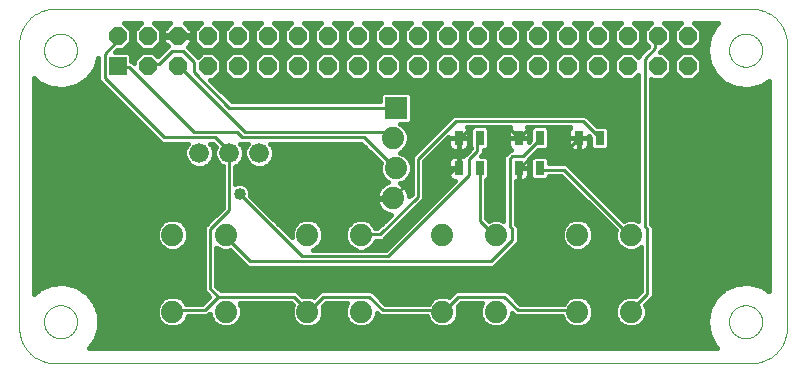
<source format=gtl>
G75*
%MOMM*%
%OFA0B0*%
%FSLAX33Y33*%
%IPPOS*%
%LPD*%
%AMOC8*
5,1,8,0,0,1.08239X$1,22.5*
%
%ADD10C,1.676*%
%ADD11C,1.880*%
%ADD12R,1.880X1.880*%
%ADD13R,0.800X1.200*%
%ADD14C,0.000*%
%ADD15R,1.524X1.524*%
%ADD16OC8,1.524*%
%ADD17C,0.254*%
%ADD18C,1.016*%
%ADD19C,0.406*%
D10*
X16510Y19050D03*
X19050Y19050D03*
X21590Y19050D03*
D11*
X32893Y20320D03*
X33147Y17780D03*
X32893Y15240D03*
X30201Y12141D03*
X25679Y12141D03*
X18771Y12141D03*
X14249Y12141D03*
X14249Y05639D03*
X18771Y05639D03*
X25679Y05639D03*
X30201Y05639D03*
X37109Y05639D03*
X41631Y05639D03*
X48539Y05639D03*
X53061Y05639D03*
X53061Y12141D03*
X48539Y12141D03*
X41631Y12141D03*
X37109Y12141D03*
D12*
X33147Y22860D03*
D13*
X38470Y20320D03*
X40270Y20320D03*
X43550Y20320D03*
X45350Y20320D03*
X48630Y20320D03*
X50430Y20320D03*
X45350Y17780D03*
X43550Y17780D03*
X40270Y17780D03*
X38470Y17780D03*
D14*
X63270Y01270D02*
X04270Y01270D01*
X04163Y01272D01*
X04056Y01278D01*
X03949Y01287D01*
X03843Y01301D01*
X03737Y01318D01*
X03632Y01339D01*
X03528Y01363D01*
X03425Y01392D01*
X03323Y01424D01*
X03222Y01459D01*
X03122Y01498D01*
X03024Y01541D01*
X02927Y01587D01*
X02832Y01637D01*
X02739Y01690D01*
X02648Y01746D01*
X02559Y01806D01*
X02472Y01868D01*
X02388Y01934D01*
X02305Y02003D01*
X02226Y02074D01*
X02149Y02149D01*
X02074Y02226D01*
X02003Y02305D01*
X01934Y02388D01*
X01868Y02472D01*
X01806Y02559D01*
X01746Y02648D01*
X01690Y02739D01*
X01637Y02832D01*
X01587Y02927D01*
X01541Y03024D01*
X01498Y03122D01*
X01459Y03222D01*
X01424Y03323D01*
X01392Y03425D01*
X01363Y03528D01*
X01339Y03632D01*
X01318Y03737D01*
X01301Y03843D01*
X01287Y03949D01*
X01278Y04056D01*
X01272Y04163D01*
X01270Y04270D01*
X01270Y28270D01*
X01272Y28377D01*
X01278Y28484D01*
X01287Y28591D01*
X01301Y28697D01*
X01318Y28803D01*
X01339Y28908D01*
X01363Y29012D01*
X01392Y29115D01*
X01424Y29217D01*
X01459Y29318D01*
X01498Y29418D01*
X01541Y29516D01*
X01587Y29613D01*
X01637Y29708D01*
X01690Y29801D01*
X01746Y29892D01*
X01806Y29981D01*
X01868Y30068D01*
X01934Y30152D01*
X02003Y30235D01*
X02074Y30314D01*
X02149Y30391D01*
X02226Y30466D01*
X02305Y30537D01*
X02388Y30606D01*
X02472Y30672D01*
X02559Y30734D01*
X02648Y30794D01*
X02739Y30850D01*
X02832Y30903D01*
X02927Y30953D01*
X03024Y30999D01*
X03122Y31042D01*
X03222Y31081D01*
X03323Y31116D01*
X03425Y31148D01*
X03528Y31177D01*
X03632Y31201D01*
X03737Y31222D01*
X03843Y31239D01*
X03949Y31253D01*
X04056Y31262D01*
X04163Y31268D01*
X04270Y31270D01*
X63270Y31270D01*
X63377Y31268D01*
X63484Y31262D01*
X63591Y31253D01*
X63697Y31239D01*
X63803Y31222D01*
X63908Y31201D01*
X64012Y31177D01*
X64115Y31148D01*
X64217Y31116D01*
X64318Y31081D01*
X64418Y31042D01*
X64516Y30999D01*
X64613Y30953D01*
X64708Y30903D01*
X64801Y30850D01*
X64892Y30794D01*
X64981Y30734D01*
X65068Y30672D01*
X65152Y30606D01*
X65235Y30537D01*
X65314Y30466D01*
X65391Y30391D01*
X65466Y30314D01*
X65537Y30235D01*
X65606Y30152D01*
X65672Y30068D01*
X65734Y29981D01*
X65794Y29892D01*
X65850Y29801D01*
X65903Y29708D01*
X65953Y29613D01*
X65999Y29516D01*
X66042Y29418D01*
X66081Y29318D01*
X66116Y29217D01*
X66148Y29115D01*
X66177Y29012D01*
X66201Y28908D01*
X66222Y28803D01*
X66239Y28697D01*
X66253Y28591D01*
X66262Y28484D01*
X66268Y28377D01*
X66270Y28270D01*
X66270Y04270D01*
X66268Y04163D01*
X66262Y04056D01*
X66253Y03949D01*
X66239Y03843D01*
X66222Y03737D01*
X66201Y03632D01*
X66177Y03528D01*
X66148Y03425D01*
X66116Y03323D01*
X66081Y03222D01*
X66042Y03122D01*
X65999Y03024D01*
X65953Y02927D01*
X65903Y02832D01*
X65850Y02739D01*
X65794Y02648D01*
X65734Y02559D01*
X65672Y02472D01*
X65606Y02388D01*
X65537Y02305D01*
X65466Y02226D01*
X65391Y02149D01*
X65314Y02074D01*
X65235Y02003D01*
X65152Y01934D01*
X65068Y01868D01*
X64981Y01806D01*
X64892Y01746D01*
X64801Y01690D01*
X64708Y01637D01*
X64613Y01587D01*
X64516Y01541D01*
X64418Y01498D01*
X64318Y01459D01*
X64217Y01424D01*
X64115Y01392D01*
X64012Y01363D01*
X63908Y01339D01*
X63803Y01318D01*
X63697Y01301D01*
X63591Y01287D01*
X63484Y01278D01*
X63377Y01272D01*
X63270Y01270D01*
X61370Y04770D02*
X61372Y04845D01*
X61378Y04919D01*
X61388Y04993D01*
X61402Y05066D01*
X61419Y05138D01*
X61441Y05210D01*
X61466Y05280D01*
X61495Y05348D01*
X61528Y05416D01*
X61564Y05481D01*
X61603Y05544D01*
X61646Y05605D01*
X61692Y05664D01*
X61741Y05720D01*
X61793Y05773D01*
X61848Y05824D01*
X61905Y05871D01*
X61965Y05916D01*
X62027Y05957D01*
X62092Y05995D01*
X62158Y06029D01*
X62226Y06060D01*
X62295Y06087D01*
X62366Y06110D01*
X62438Y06130D01*
X62511Y06146D01*
X62584Y06158D01*
X62658Y06166D01*
X62733Y06170D01*
X62807Y06170D01*
X62882Y06166D01*
X62956Y06158D01*
X63029Y06146D01*
X63102Y06130D01*
X63174Y06110D01*
X63245Y06087D01*
X63314Y06060D01*
X63382Y06029D01*
X63448Y05995D01*
X63513Y05957D01*
X63575Y05916D01*
X63635Y05871D01*
X63692Y05824D01*
X63747Y05773D01*
X63799Y05720D01*
X63848Y05664D01*
X63894Y05605D01*
X63937Y05544D01*
X63976Y05481D01*
X64012Y05416D01*
X64045Y05348D01*
X64074Y05280D01*
X64099Y05210D01*
X64121Y05138D01*
X64138Y05066D01*
X64152Y04993D01*
X64162Y04919D01*
X64168Y04845D01*
X64170Y04770D01*
X64168Y04695D01*
X64162Y04621D01*
X64152Y04547D01*
X64138Y04474D01*
X64121Y04402D01*
X64099Y04330D01*
X64074Y04260D01*
X64045Y04192D01*
X64012Y04124D01*
X63976Y04059D01*
X63937Y03996D01*
X63894Y03935D01*
X63848Y03876D01*
X63799Y03820D01*
X63747Y03767D01*
X63692Y03716D01*
X63635Y03669D01*
X63575Y03624D01*
X63513Y03583D01*
X63448Y03545D01*
X63382Y03511D01*
X63314Y03480D01*
X63245Y03453D01*
X63174Y03430D01*
X63102Y03410D01*
X63029Y03394D01*
X62956Y03382D01*
X62882Y03374D01*
X62807Y03370D01*
X62733Y03370D01*
X62658Y03374D01*
X62584Y03382D01*
X62511Y03394D01*
X62438Y03410D01*
X62366Y03430D01*
X62295Y03453D01*
X62226Y03480D01*
X62158Y03511D01*
X62092Y03545D01*
X62027Y03583D01*
X61965Y03624D01*
X61905Y03669D01*
X61848Y03716D01*
X61793Y03767D01*
X61741Y03820D01*
X61692Y03876D01*
X61646Y03935D01*
X61603Y03996D01*
X61564Y04059D01*
X61528Y04124D01*
X61495Y04192D01*
X61466Y04260D01*
X61441Y04330D01*
X61419Y04402D01*
X61402Y04474D01*
X61388Y04547D01*
X61378Y04621D01*
X61372Y04695D01*
X61370Y04770D01*
X61370Y27770D02*
X61372Y27845D01*
X61378Y27919D01*
X61388Y27993D01*
X61402Y28066D01*
X61419Y28138D01*
X61441Y28210D01*
X61466Y28280D01*
X61495Y28348D01*
X61528Y28416D01*
X61564Y28481D01*
X61603Y28544D01*
X61646Y28605D01*
X61692Y28664D01*
X61741Y28720D01*
X61793Y28773D01*
X61848Y28824D01*
X61905Y28871D01*
X61965Y28916D01*
X62027Y28957D01*
X62092Y28995D01*
X62158Y29029D01*
X62226Y29060D01*
X62295Y29087D01*
X62366Y29110D01*
X62438Y29130D01*
X62511Y29146D01*
X62584Y29158D01*
X62658Y29166D01*
X62733Y29170D01*
X62807Y29170D01*
X62882Y29166D01*
X62956Y29158D01*
X63029Y29146D01*
X63102Y29130D01*
X63174Y29110D01*
X63245Y29087D01*
X63314Y29060D01*
X63382Y29029D01*
X63448Y28995D01*
X63513Y28957D01*
X63575Y28916D01*
X63635Y28871D01*
X63692Y28824D01*
X63747Y28773D01*
X63799Y28720D01*
X63848Y28664D01*
X63894Y28605D01*
X63937Y28544D01*
X63976Y28481D01*
X64012Y28416D01*
X64045Y28348D01*
X64074Y28280D01*
X64099Y28210D01*
X64121Y28138D01*
X64138Y28066D01*
X64152Y27993D01*
X64162Y27919D01*
X64168Y27845D01*
X64170Y27770D01*
X64168Y27695D01*
X64162Y27621D01*
X64152Y27547D01*
X64138Y27474D01*
X64121Y27402D01*
X64099Y27330D01*
X64074Y27260D01*
X64045Y27192D01*
X64012Y27124D01*
X63976Y27059D01*
X63937Y26996D01*
X63894Y26935D01*
X63848Y26876D01*
X63799Y26820D01*
X63747Y26767D01*
X63692Y26716D01*
X63635Y26669D01*
X63575Y26624D01*
X63513Y26583D01*
X63448Y26545D01*
X63382Y26511D01*
X63314Y26480D01*
X63245Y26453D01*
X63174Y26430D01*
X63102Y26410D01*
X63029Y26394D01*
X62956Y26382D01*
X62882Y26374D01*
X62807Y26370D01*
X62733Y26370D01*
X62658Y26374D01*
X62584Y26382D01*
X62511Y26394D01*
X62438Y26410D01*
X62366Y26430D01*
X62295Y26453D01*
X62226Y26480D01*
X62158Y26511D01*
X62092Y26545D01*
X62027Y26583D01*
X61965Y26624D01*
X61905Y26669D01*
X61848Y26716D01*
X61793Y26767D01*
X61741Y26820D01*
X61692Y26876D01*
X61646Y26935D01*
X61603Y26996D01*
X61564Y27059D01*
X61528Y27124D01*
X61495Y27192D01*
X61466Y27260D01*
X61441Y27330D01*
X61419Y27402D01*
X61402Y27474D01*
X61388Y27547D01*
X61378Y27621D01*
X61372Y27695D01*
X61370Y27770D01*
X03370Y27770D02*
X03372Y27845D01*
X03378Y27919D01*
X03388Y27993D01*
X03402Y28066D01*
X03419Y28138D01*
X03441Y28210D01*
X03466Y28280D01*
X03495Y28348D01*
X03528Y28416D01*
X03564Y28481D01*
X03603Y28544D01*
X03646Y28605D01*
X03692Y28664D01*
X03741Y28720D01*
X03793Y28773D01*
X03848Y28824D01*
X03905Y28871D01*
X03965Y28916D01*
X04027Y28957D01*
X04092Y28995D01*
X04158Y29029D01*
X04226Y29060D01*
X04295Y29087D01*
X04366Y29110D01*
X04438Y29130D01*
X04511Y29146D01*
X04584Y29158D01*
X04658Y29166D01*
X04733Y29170D01*
X04807Y29170D01*
X04882Y29166D01*
X04956Y29158D01*
X05029Y29146D01*
X05102Y29130D01*
X05174Y29110D01*
X05245Y29087D01*
X05314Y29060D01*
X05382Y29029D01*
X05448Y28995D01*
X05513Y28957D01*
X05575Y28916D01*
X05635Y28871D01*
X05692Y28824D01*
X05747Y28773D01*
X05799Y28720D01*
X05848Y28664D01*
X05894Y28605D01*
X05937Y28544D01*
X05976Y28481D01*
X06012Y28416D01*
X06045Y28348D01*
X06074Y28280D01*
X06099Y28210D01*
X06121Y28138D01*
X06138Y28066D01*
X06152Y27993D01*
X06162Y27919D01*
X06168Y27845D01*
X06170Y27770D01*
X06168Y27695D01*
X06162Y27621D01*
X06152Y27547D01*
X06138Y27474D01*
X06121Y27402D01*
X06099Y27330D01*
X06074Y27260D01*
X06045Y27192D01*
X06012Y27124D01*
X05976Y27059D01*
X05937Y26996D01*
X05894Y26935D01*
X05848Y26876D01*
X05799Y26820D01*
X05747Y26767D01*
X05692Y26716D01*
X05635Y26669D01*
X05575Y26624D01*
X05513Y26583D01*
X05448Y26545D01*
X05382Y26511D01*
X05314Y26480D01*
X05245Y26453D01*
X05174Y26430D01*
X05102Y26410D01*
X05029Y26394D01*
X04956Y26382D01*
X04882Y26374D01*
X04807Y26370D01*
X04733Y26370D01*
X04658Y26374D01*
X04584Y26382D01*
X04511Y26394D01*
X04438Y26410D01*
X04366Y26430D01*
X04295Y26453D01*
X04226Y26480D01*
X04158Y26511D01*
X04092Y26545D01*
X04027Y26583D01*
X03965Y26624D01*
X03905Y26669D01*
X03848Y26716D01*
X03793Y26767D01*
X03741Y26820D01*
X03692Y26876D01*
X03646Y26935D01*
X03603Y26996D01*
X03564Y27059D01*
X03528Y27124D01*
X03495Y27192D01*
X03466Y27260D01*
X03441Y27330D01*
X03419Y27402D01*
X03402Y27474D01*
X03388Y27547D01*
X03378Y27621D01*
X03372Y27695D01*
X03370Y27770D01*
X03370Y04770D02*
X03372Y04845D01*
X03378Y04919D01*
X03388Y04993D01*
X03402Y05066D01*
X03419Y05138D01*
X03441Y05210D01*
X03466Y05280D01*
X03495Y05348D01*
X03528Y05416D01*
X03564Y05481D01*
X03603Y05544D01*
X03646Y05605D01*
X03692Y05664D01*
X03741Y05720D01*
X03793Y05773D01*
X03848Y05824D01*
X03905Y05871D01*
X03965Y05916D01*
X04027Y05957D01*
X04092Y05995D01*
X04158Y06029D01*
X04226Y06060D01*
X04295Y06087D01*
X04366Y06110D01*
X04438Y06130D01*
X04511Y06146D01*
X04584Y06158D01*
X04658Y06166D01*
X04733Y06170D01*
X04807Y06170D01*
X04882Y06166D01*
X04956Y06158D01*
X05029Y06146D01*
X05102Y06130D01*
X05174Y06110D01*
X05245Y06087D01*
X05314Y06060D01*
X05382Y06029D01*
X05448Y05995D01*
X05513Y05957D01*
X05575Y05916D01*
X05635Y05871D01*
X05692Y05824D01*
X05747Y05773D01*
X05799Y05720D01*
X05848Y05664D01*
X05894Y05605D01*
X05937Y05544D01*
X05976Y05481D01*
X06012Y05416D01*
X06045Y05348D01*
X06074Y05280D01*
X06099Y05210D01*
X06121Y05138D01*
X06138Y05066D01*
X06152Y04993D01*
X06162Y04919D01*
X06168Y04845D01*
X06170Y04770D01*
X06168Y04695D01*
X06162Y04621D01*
X06152Y04547D01*
X06138Y04474D01*
X06121Y04402D01*
X06099Y04330D01*
X06074Y04260D01*
X06045Y04192D01*
X06012Y04124D01*
X05976Y04059D01*
X05937Y03996D01*
X05894Y03935D01*
X05848Y03876D01*
X05799Y03820D01*
X05747Y03767D01*
X05692Y03716D01*
X05635Y03669D01*
X05575Y03624D01*
X05513Y03583D01*
X05448Y03545D01*
X05382Y03511D01*
X05314Y03480D01*
X05245Y03453D01*
X05174Y03430D01*
X05102Y03410D01*
X05029Y03394D01*
X04956Y03382D01*
X04882Y03374D01*
X04807Y03370D01*
X04733Y03370D01*
X04658Y03374D01*
X04584Y03382D01*
X04511Y03394D01*
X04438Y03410D01*
X04366Y03430D01*
X04295Y03453D01*
X04226Y03480D01*
X04158Y03511D01*
X04092Y03545D01*
X04027Y03583D01*
X03965Y03624D01*
X03905Y03669D01*
X03848Y03716D01*
X03793Y03767D01*
X03741Y03820D01*
X03692Y03876D01*
X03646Y03935D01*
X03603Y03996D01*
X03564Y04059D01*
X03528Y04124D01*
X03495Y04192D01*
X03466Y04260D01*
X03441Y04330D01*
X03419Y04402D01*
X03402Y04474D01*
X03388Y04547D01*
X03378Y04621D01*
X03372Y04695D01*
X03370Y04770D01*
D15*
X09610Y26420D03*
D16*
X12150Y26420D03*
X14690Y26420D03*
X17230Y26420D03*
X19770Y26420D03*
X22310Y26420D03*
X24850Y26420D03*
X27390Y26420D03*
X29930Y26420D03*
X32470Y26420D03*
X35010Y26420D03*
X37550Y26420D03*
X40090Y26420D03*
X42630Y26420D03*
X45170Y26420D03*
X47710Y26420D03*
X50250Y26420D03*
X52790Y26420D03*
X55330Y26420D03*
X57870Y26420D03*
X57870Y28960D03*
X55330Y28960D03*
X52790Y28960D03*
X50250Y28960D03*
X47710Y28960D03*
X45170Y28960D03*
X42630Y28960D03*
X40090Y28960D03*
X37550Y28960D03*
X35010Y28960D03*
X32470Y28960D03*
X29930Y28960D03*
X27390Y28960D03*
X24850Y28960D03*
X22310Y28960D03*
X19770Y28960D03*
X17230Y28960D03*
X14690Y28960D03*
X12150Y28960D03*
X09610Y28960D03*
D17*
X09423Y28854D01*
X09423Y28397D01*
X08509Y27483D01*
X08509Y25425D01*
X13538Y20396D01*
X17882Y20396D01*
X19025Y19253D01*
X19050Y19050D01*
X19025Y19025D01*
X19025Y14224D01*
X17424Y12624D01*
X17424Y07595D01*
X18110Y06909D01*
X24511Y06909D01*
X25654Y05766D01*
X25679Y05639D01*
X25883Y05766D01*
X27026Y06909D01*
X30912Y06909D01*
X32055Y05766D01*
X37084Y05766D01*
X37109Y05639D01*
X37313Y05766D01*
X38456Y06909D01*
X42342Y06909D01*
X43485Y05766D01*
X48514Y05766D01*
X48539Y05639D01*
X53061Y05639D02*
X53086Y05766D01*
X54458Y07137D01*
X54458Y12624D01*
X54229Y12852D01*
X54229Y27026D01*
X55143Y27940D01*
X55143Y28854D01*
X55330Y28960D01*
X48971Y21768D02*
X38227Y21768D01*
X35027Y18567D01*
X35027Y15367D01*
X31826Y12167D01*
X30226Y12167D01*
X30201Y12141D01*
X28854Y12624D02*
X28854Y11481D01*
X29540Y10795D01*
X31140Y10795D01*
X37998Y17653D01*
X38456Y17653D01*
X38470Y17780D01*
X38456Y17882D01*
X38456Y20168D01*
X38470Y20320D01*
X38684Y20396D01*
X39599Y21311D01*
X42570Y21311D01*
X43485Y20396D01*
X43550Y20320D01*
X43713Y20396D01*
X44628Y21311D01*
X45999Y21311D01*
X46228Y21082D01*
X46228Y19253D01*
X45085Y19253D01*
X43713Y17882D01*
X43550Y17780D01*
X42799Y18567D02*
X42799Y12852D01*
X43028Y12624D01*
X43028Y11709D01*
X41199Y09881D01*
X20853Y09881D01*
X18796Y11938D01*
X18771Y12141D01*
X19939Y15596D02*
X25197Y10338D01*
X32512Y10338D01*
X39370Y17196D01*
X39370Y18567D01*
X40056Y19253D01*
X40056Y20168D01*
X40270Y20320D01*
X42799Y18567D02*
X43028Y18796D01*
X43942Y18796D01*
X45314Y20168D01*
X45350Y20320D01*
X46228Y19253D02*
X47600Y19253D01*
X48514Y20168D01*
X48630Y20320D01*
X48971Y21768D02*
X50343Y20396D01*
X50430Y20320D01*
X45542Y17653D02*
X45350Y17780D01*
X45542Y17653D02*
X47371Y17653D01*
X52857Y12167D01*
X53061Y12141D01*
X41631Y12141D02*
X41427Y12167D01*
X40284Y13310D01*
X40284Y17653D01*
X40270Y17780D01*
X34569Y16967D02*
X32969Y15367D01*
X32893Y15240D01*
X32741Y15138D01*
X31369Y15138D01*
X28854Y12624D01*
X34569Y16967D02*
X34569Y23825D01*
X34112Y24282D01*
X32969Y24282D01*
X31369Y25883D01*
X31369Y26568D01*
X30226Y27711D01*
X16739Y27711D01*
X15596Y28854D01*
X14910Y28854D01*
X14690Y28960D01*
X15138Y27711D02*
X14224Y27711D01*
X13081Y26568D01*
X12167Y26568D01*
X12150Y26420D01*
X10566Y26340D02*
X16053Y20853D01*
X19710Y20853D01*
X20168Y20396D01*
X30455Y20396D01*
X32969Y17882D01*
X33147Y17780D01*
X32893Y20320D02*
X32741Y20396D01*
X32283Y20853D01*
X20396Y20853D01*
X14910Y26340D01*
X14690Y26420D01*
X15138Y27711D02*
X16053Y26797D01*
X16053Y25883D01*
X19025Y22911D01*
X32969Y22911D01*
X33147Y22860D01*
X10566Y26340D02*
X09652Y26340D01*
X09610Y26420D01*
X18110Y06909D02*
X16967Y05766D01*
X14453Y05766D01*
X14249Y05639D01*
D18*
X19939Y15596D03*
D19*
X20795Y15919D02*
X31671Y15919D01*
X31698Y15972D02*
X31598Y15776D01*
X31530Y15567D01*
X31496Y15350D01*
X31496Y15291D01*
X32842Y15291D01*
X32842Y15189D01*
X31496Y15189D01*
X31496Y15130D01*
X31530Y14913D01*
X31598Y14704D01*
X31698Y14508D01*
X31827Y14330D01*
X31983Y14174D01*
X32161Y14045D01*
X32357Y13945D01*
X32566Y13877D01*
X32753Y13848D01*
X31605Y12700D01*
X31426Y12700D01*
X31342Y12904D01*
X30963Y13282D01*
X30468Y13487D01*
X29933Y13487D01*
X29438Y13282D01*
X29059Y12904D01*
X28854Y12409D01*
X28854Y11873D01*
X29059Y11379D01*
X29438Y11000D01*
X29749Y10871D01*
X26131Y10871D01*
X26442Y11000D01*
X26821Y11379D01*
X27026Y11873D01*
X27026Y12409D01*
X26821Y12904D01*
X26442Y13282D01*
X25947Y13487D01*
X25412Y13487D01*
X24917Y13282D01*
X24538Y12904D01*
X24333Y12409D01*
X24333Y11956D01*
X20853Y15436D01*
X20853Y15777D01*
X20714Y16114D01*
X20457Y16371D01*
X20121Y16510D01*
X19757Y16510D01*
X19558Y16428D01*
X19558Y17913D01*
X19755Y17995D01*
X20105Y18345D01*
X20295Y18802D01*
X20295Y19298D01*
X20105Y19755D01*
X19997Y19863D01*
X20643Y19863D01*
X20535Y19755D01*
X20345Y19298D01*
X20345Y18802D01*
X20535Y18345D01*
X20885Y17995D01*
X21342Y17805D01*
X21838Y17805D01*
X22295Y17995D01*
X22645Y18345D01*
X22835Y18802D01*
X22835Y19298D01*
X22645Y19755D01*
X22537Y19863D01*
X30234Y19863D01*
X31873Y18223D01*
X31801Y18048D01*
X31801Y17512D01*
X32006Y17017D01*
X32384Y16639D01*
X32513Y16585D01*
X32357Y16535D01*
X32161Y16435D01*
X31983Y16306D01*
X31827Y16150D01*
X31698Y15972D01*
X32009Y16324D02*
X20503Y16324D01*
X20853Y15515D02*
X31522Y15515D01*
X31499Y15110D02*
X21179Y15110D01*
X21584Y14705D02*
X31598Y14705D01*
X31857Y14300D02*
X21989Y14300D01*
X22394Y13895D02*
X32512Y13895D01*
X32395Y13490D02*
X22799Y13490D01*
X23204Y13085D02*
X24720Y13085D01*
X24446Y12680D02*
X23609Y12680D01*
X24014Y12275D02*
X24333Y12275D01*
X26503Y11061D02*
X29377Y11061D01*
X29023Y11466D02*
X26857Y11466D01*
X27024Y11870D02*
X28856Y11870D01*
X28854Y12275D02*
X27026Y12275D01*
X26913Y12680D02*
X28967Y12680D01*
X29241Y13085D02*
X26639Y13085D01*
X31160Y13085D02*
X31990Y13085D01*
X33094Y12680D02*
X34100Y12680D01*
X34505Y13085D02*
X33499Y13085D01*
X33904Y13490D02*
X34910Y13490D01*
X35315Y13895D02*
X34309Y13895D01*
X34714Y14300D02*
X35720Y14300D01*
X36125Y14705D02*
X35119Y14705D01*
X35524Y15110D02*
X36530Y15110D01*
X35560Y15146D02*
X35560Y18346D01*
X37613Y20399D01*
X37613Y20320D01*
X37613Y19660D01*
X37644Y19544D01*
X37704Y19439D01*
X37789Y19354D01*
X37894Y19294D01*
X38010Y19263D01*
X38470Y19263D01*
X38930Y19263D01*
X39046Y19294D01*
X39151Y19354D01*
X39236Y19439D01*
X39296Y19544D01*
X39327Y19660D01*
X39327Y20320D01*
X39327Y20980D01*
X39296Y21096D01*
X39236Y21201D01*
X39202Y21234D01*
X39610Y21234D01*
X39464Y21088D01*
X39464Y19552D01*
X39522Y19493D01*
X39522Y19474D01*
X39149Y19101D01*
X38885Y18837D01*
X38470Y18837D01*
X38010Y18837D01*
X37894Y18806D01*
X37789Y18746D01*
X37704Y18661D01*
X37644Y18556D01*
X37613Y18440D01*
X37613Y17780D01*
X37613Y17120D01*
X37644Y17004D01*
X37704Y16899D01*
X37789Y16814D01*
X37894Y16754D01*
X38010Y16723D01*
X38143Y16723D01*
X32291Y10871D01*
X30652Y10871D01*
X30963Y11000D01*
X31342Y11379D01*
X31447Y11633D01*
X32047Y11633D01*
X32360Y11946D01*
X35560Y15146D01*
X35560Y15515D02*
X36934Y15515D01*
X37339Y15919D02*
X35560Y15919D01*
X35560Y16324D02*
X37744Y16324D01*
X37986Y16729D02*
X35560Y16729D01*
X35560Y17134D02*
X37613Y17134D01*
X37613Y17539D02*
X35560Y17539D01*
X35560Y17944D02*
X37613Y17944D01*
X37613Y17780D02*
X38470Y17780D01*
X38470Y17780D01*
X38470Y18837D01*
X38470Y17780D01*
X38470Y17780D01*
X37613Y17780D01*
X38470Y17944D02*
X38470Y17944D01*
X38470Y18349D02*
X38470Y18349D01*
X38470Y18754D02*
X38470Y18754D01*
X37803Y18754D02*
X35967Y18754D01*
X35562Y18349D02*
X37613Y18349D01*
X36372Y19159D02*
X39207Y19159D01*
X38470Y19263D02*
X38470Y20320D01*
X39327Y20320D01*
X38470Y20320D01*
X38470Y20320D01*
X38470Y20320D01*
X38470Y20320D01*
X37613Y20320D01*
X38470Y20320D01*
X38470Y19263D01*
X38470Y19564D02*
X38470Y19564D01*
X38470Y19969D02*
X38470Y19969D01*
X37613Y19969D02*
X37182Y19969D01*
X37587Y20373D02*
X37613Y20373D01*
X37639Y19564D02*
X36777Y19564D01*
X36078Y20373D02*
X34239Y20373D01*
X34239Y20588D02*
X34239Y20052D01*
X34034Y19557D01*
X33656Y19179D01*
X33472Y19103D01*
X33910Y18921D01*
X34288Y18543D01*
X34493Y18048D01*
X34493Y17512D01*
X34288Y17017D01*
X33910Y16639D01*
X33532Y16482D01*
X33625Y16435D01*
X33803Y16306D01*
X33959Y16150D01*
X34088Y15972D01*
X34188Y15776D01*
X34256Y15567D01*
X34285Y15380D01*
X34493Y15588D01*
X34493Y18788D01*
X34806Y19101D01*
X38006Y22301D01*
X49192Y22301D01*
X49505Y21989D01*
X50167Y21326D01*
X50998Y21326D01*
X51236Y21088D01*
X51236Y19552D01*
X50998Y19314D01*
X49862Y19314D01*
X49624Y19552D01*
X49624Y20361D01*
X49487Y20497D01*
X49487Y20320D01*
X48630Y20320D01*
X48630Y20320D01*
X49487Y20320D01*
X49487Y19660D01*
X49456Y19544D01*
X49396Y19439D01*
X49311Y19354D01*
X49206Y19294D01*
X49090Y19263D01*
X48630Y19263D01*
X48630Y20320D01*
X48630Y20320D01*
X48630Y20320D01*
X47773Y20320D01*
X47773Y19660D01*
X47804Y19544D01*
X47864Y19439D01*
X47949Y19354D01*
X48054Y19294D01*
X48170Y19263D01*
X48630Y19263D01*
X48630Y20320D01*
X47773Y20320D01*
X47773Y20980D01*
X47804Y21096D01*
X47864Y21201D01*
X47898Y21234D01*
X46010Y21234D01*
X46156Y21088D01*
X46156Y19552D01*
X45918Y19314D01*
X45214Y19314D01*
X44475Y18575D01*
X44393Y18493D01*
X44407Y18440D01*
X44407Y17780D01*
X43550Y17780D01*
X43550Y17780D01*
X44407Y17780D01*
X44407Y17120D01*
X44376Y17004D01*
X44316Y16899D01*
X44231Y16814D01*
X44126Y16754D01*
X44010Y16723D01*
X43550Y16723D01*
X43550Y17780D01*
X43550Y17780D01*
X43550Y16723D01*
X43332Y16723D01*
X43332Y13073D01*
X43561Y12845D01*
X43561Y11488D01*
X41732Y09660D01*
X41420Y09347D01*
X20632Y09347D01*
X19142Y10838D01*
X19038Y10795D01*
X18503Y10795D01*
X18008Y11000D01*
X17958Y11050D01*
X17958Y07816D01*
X18331Y07442D01*
X24732Y07442D01*
X25254Y06920D01*
X25412Y06985D01*
X25947Y06985D01*
X26230Y06868D01*
X26805Y07442D01*
X31133Y07442D01*
X31445Y07130D01*
X32276Y06299D01*
X35926Y06299D01*
X35968Y06401D01*
X36347Y06780D01*
X36842Y06985D01*
X37377Y06985D01*
X37660Y06868D01*
X38235Y07442D01*
X42563Y07442D01*
X42875Y07130D01*
X43706Y06299D01*
X47356Y06299D01*
X47398Y06401D01*
X47777Y06780D01*
X48272Y06985D01*
X48807Y06985D01*
X49302Y06780D01*
X49681Y06401D01*
X49886Y05907D01*
X49886Y05371D01*
X49681Y04876D01*
X49302Y04498D01*
X48807Y04293D01*
X48272Y04293D01*
X47777Y04498D01*
X47398Y04876D01*
X47251Y05232D01*
X43264Y05232D01*
X42977Y05519D01*
X42977Y05371D01*
X42772Y04876D01*
X42393Y04498D01*
X41898Y04293D01*
X41363Y04293D01*
X40868Y04498D01*
X40489Y04876D01*
X40284Y05371D01*
X40284Y05907D01*
X40479Y06375D01*
X38677Y06375D01*
X38383Y06082D01*
X38456Y05907D01*
X38456Y05371D01*
X38251Y04876D01*
X37872Y04498D01*
X37377Y04293D01*
X36842Y04293D01*
X36347Y04498D01*
X35968Y04876D01*
X35821Y05232D01*
X31834Y05232D01*
X31547Y05519D01*
X31547Y05371D01*
X31342Y04876D01*
X30963Y04498D01*
X30468Y04293D01*
X29933Y04293D01*
X29438Y04498D01*
X29059Y04876D01*
X28854Y05371D01*
X28854Y05907D01*
X29049Y06375D01*
X27247Y06375D01*
X26953Y06082D01*
X27026Y05907D01*
X27026Y05371D01*
X26821Y04876D01*
X26442Y04498D01*
X25947Y04293D01*
X25412Y04293D01*
X24917Y04498D01*
X24538Y04876D01*
X24333Y05371D01*
X24333Y05907D01*
X24458Y06208D01*
X24290Y06375D01*
X19923Y06375D01*
X20117Y05907D01*
X20117Y05371D01*
X19912Y04876D01*
X19533Y04498D01*
X19038Y04293D01*
X18503Y04293D01*
X18008Y04498D01*
X17629Y04876D01*
X17424Y05371D01*
X17424Y05469D01*
X17188Y05232D01*
X15538Y05232D01*
X15391Y04876D01*
X15012Y04498D01*
X14517Y04293D01*
X13982Y04293D01*
X13487Y04498D01*
X13108Y04876D01*
X12903Y05371D01*
X12903Y05907D01*
X13108Y06401D01*
X13487Y06780D01*
X13982Y06985D01*
X14517Y06985D01*
X15012Y06780D01*
X15391Y06401D01*
X15433Y06299D01*
X16746Y06299D01*
X17356Y06909D01*
X16891Y07374D01*
X16891Y12845D01*
X17203Y13157D01*
X18491Y14445D01*
X18491Y17934D01*
X18345Y17995D01*
X17995Y18345D01*
X17805Y18802D01*
X17805Y19298D01*
X17929Y19595D01*
X17661Y19863D01*
X17457Y19863D01*
X17565Y19755D01*
X17755Y19298D01*
X17755Y18802D01*
X17565Y18345D01*
X17215Y17995D01*
X16758Y17805D01*
X16262Y17805D01*
X15805Y17995D01*
X15455Y18345D01*
X15265Y18802D01*
X15265Y19298D01*
X15455Y19755D01*
X15563Y19863D01*
X13317Y19863D01*
X13005Y20175D01*
X07976Y25204D01*
X07976Y27073D01*
X07675Y26198D01*
X07007Y25340D01*
X06097Y24745D01*
X05043Y24478D01*
X03959Y24568D01*
X02963Y25005D01*
X02540Y25394D01*
X02540Y07146D01*
X02963Y07535D01*
X03959Y07972D01*
X05043Y08062D01*
X06097Y07795D01*
X07007Y07200D01*
X07675Y06342D01*
X08028Y05314D01*
X08028Y04226D01*
X07675Y03198D01*
X07163Y02540D01*
X60382Y02540D01*
X60163Y02741D01*
X59646Y03697D01*
X59467Y04770D01*
X59646Y05843D01*
X60163Y06799D01*
X60963Y07535D01*
X61959Y07972D01*
X63043Y08062D01*
X64097Y07795D01*
X64770Y07355D01*
X64770Y25185D01*
X64097Y24745D01*
X63043Y24478D01*
X61959Y24568D01*
X60963Y25005D01*
X60163Y25741D01*
X59646Y26697D01*
X59467Y27770D01*
X59646Y28843D01*
X60163Y29799D01*
X60437Y30051D01*
X58432Y30051D01*
X59038Y29444D01*
X59038Y28476D01*
X58354Y27792D01*
X57386Y27792D01*
X56702Y28476D01*
X56702Y29444D01*
X57308Y30051D01*
X55892Y30051D01*
X56498Y29444D01*
X56498Y28476D01*
X55814Y27792D01*
X55677Y27792D01*
X55677Y27719D01*
X55546Y27588D01*
X55814Y27588D01*
X56498Y26904D01*
X56498Y25936D01*
X55814Y25252D01*
X54846Y25252D01*
X54762Y25335D01*
X54762Y13073D01*
X54991Y12845D01*
X54991Y06916D01*
X54282Y06208D01*
X54407Y05907D01*
X54407Y05371D01*
X54202Y04876D01*
X53823Y04498D01*
X53328Y04293D01*
X52793Y04293D01*
X52298Y04498D01*
X51919Y04876D01*
X51714Y05371D01*
X51714Y05907D01*
X51919Y06401D01*
X52298Y06780D01*
X52793Y06985D01*
X53328Y06985D01*
X53486Y06920D01*
X53924Y07358D01*
X53924Y11101D01*
X53823Y11000D01*
X53328Y10795D01*
X52793Y10795D01*
X52298Y11000D01*
X51919Y11379D01*
X51714Y11873D01*
X51714Y12409D01*
X51757Y12512D01*
X47150Y17120D01*
X46156Y17120D01*
X46156Y17012D01*
X45918Y16774D01*
X44782Y16774D01*
X44544Y17012D01*
X44544Y18548D01*
X44782Y18786D01*
X45918Y18786D01*
X46156Y18548D01*
X46156Y18186D01*
X47592Y18186D01*
X52438Y13340D01*
X52793Y13487D01*
X53328Y13487D01*
X53696Y13335D01*
X53696Y25673D01*
X53274Y25252D01*
X52306Y25252D01*
X51622Y25936D01*
X51622Y26904D01*
X52306Y27588D01*
X53274Y27588D01*
X53696Y27167D01*
X53696Y27247D01*
X54543Y28094D01*
X54162Y28476D01*
X54162Y29444D01*
X54768Y30051D01*
X53352Y30051D01*
X53958Y29444D01*
X53958Y28476D01*
X53274Y27792D01*
X52306Y27792D01*
X51622Y28476D01*
X51622Y29444D01*
X52228Y30051D01*
X50812Y30051D01*
X51418Y29444D01*
X51418Y28476D01*
X50734Y27792D01*
X49766Y27792D01*
X49082Y28476D01*
X49082Y29444D01*
X49688Y30051D01*
X48272Y30051D01*
X48878Y29444D01*
X48878Y28476D01*
X48194Y27792D01*
X47226Y27792D01*
X46542Y28476D01*
X46542Y29444D01*
X47148Y30051D01*
X45732Y30051D01*
X46338Y29444D01*
X46338Y28476D01*
X45654Y27792D01*
X44686Y27792D01*
X44002Y28476D01*
X44002Y29444D01*
X44608Y30051D01*
X43192Y30051D01*
X43798Y29444D01*
X43798Y28476D01*
X43114Y27792D01*
X42146Y27792D01*
X41462Y28476D01*
X41462Y29444D01*
X42068Y30051D01*
X40652Y30051D01*
X41258Y29444D01*
X41258Y28476D01*
X40574Y27792D01*
X39606Y27792D01*
X38922Y28476D01*
X38922Y29444D01*
X39528Y30051D01*
X38112Y30051D01*
X38718Y29444D01*
X38718Y28476D01*
X38034Y27792D01*
X37066Y27792D01*
X36382Y28476D01*
X36382Y29444D01*
X36988Y30051D01*
X35572Y30051D01*
X36178Y29444D01*
X36178Y28476D01*
X35494Y27792D01*
X34526Y27792D01*
X33842Y28476D01*
X33842Y29444D01*
X34448Y30051D01*
X33032Y30051D01*
X33638Y29444D01*
X33638Y28476D01*
X32954Y27792D01*
X31986Y27792D01*
X31302Y28476D01*
X31302Y29444D01*
X31908Y30051D01*
X30492Y30051D01*
X31098Y29444D01*
X31098Y28476D01*
X30414Y27792D01*
X29446Y27792D01*
X28762Y28476D01*
X28762Y29444D01*
X29368Y30051D01*
X27952Y30051D01*
X28558Y29444D01*
X28558Y28476D01*
X27874Y27792D01*
X26906Y27792D01*
X26222Y28476D01*
X26222Y29444D01*
X26828Y30051D01*
X25412Y30051D01*
X26018Y29444D01*
X26018Y28476D01*
X25334Y27792D01*
X24366Y27792D01*
X23682Y28476D01*
X23682Y29444D01*
X24288Y30051D01*
X22872Y30051D01*
X23478Y29444D01*
X23478Y28476D01*
X22794Y27792D01*
X21826Y27792D01*
X21142Y28476D01*
X21142Y29444D01*
X21748Y30051D01*
X20332Y30051D01*
X20938Y29444D01*
X20938Y28476D01*
X20254Y27792D01*
X19286Y27792D01*
X18602Y28476D01*
X18602Y29444D01*
X19208Y30051D01*
X17792Y30051D01*
X18398Y29444D01*
X18398Y28476D01*
X17714Y27792D01*
X16746Y27792D01*
X16062Y28476D01*
X16062Y29444D01*
X16668Y30051D01*
X15323Y30051D01*
X15909Y29465D01*
X15909Y29011D01*
X14741Y29011D01*
X14741Y28909D01*
X15909Y28909D01*
X15909Y28455D01*
X15529Y28075D01*
X16274Y27330D01*
X16381Y27223D01*
X16746Y27588D01*
X17714Y27588D01*
X18398Y26904D01*
X18398Y25936D01*
X17714Y25252D01*
X17438Y25252D01*
X19246Y23444D01*
X31801Y23444D01*
X31801Y23968D01*
X32039Y24206D01*
X34255Y24206D01*
X34493Y23968D01*
X34493Y21752D01*
X34255Y21514D01*
X33529Y21514D01*
X33656Y21461D01*
X34034Y21083D01*
X34239Y20588D01*
X34160Y20778D02*
X36483Y20778D01*
X36888Y21183D02*
X33934Y21183D01*
X34329Y21588D02*
X37293Y21588D01*
X37698Y21993D02*
X34493Y21993D01*
X34493Y22398D02*
X53696Y22398D01*
X53696Y22803D02*
X34493Y22803D01*
X34493Y23208D02*
X53696Y23208D01*
X53696Y23613D02*
X34493Y23613D01*
X34444Y24017D02*
X53696Y24017D01*
X53696Y24422D02*
X18267Y24422D01*
X18672Y24017D02*
X31850Y24017D01*
X31801Y23613D02*
X19077Y23613D01*
X17862Y24827D02*
X53696Y24827D01*
X53696Y25232D02*
X17458Y25232D01*
X18099Y25637D02*
X18901Y25637D01*
X18602Y25936D02*
X19286Y25252D01*
X20254Y25252D01*
X20938Y25936D01*
X20938Y26904D01*
X20254Y27588D01*
X19286Y27588D01*
X18602Y26904D01*
X18602Y25936D01*
X18602Y26042D02*
X18398Y26042D01*
X18398Y26447D02*
X18602Y26447D01*
X18602Y26852D02*
X18398Y26852D01*
X18046Y27257D02*
X18954Y27257D01*
X20586Y27257D02*
X21494Y27257D01*
X21826Y27588D02*
X21142Y26904D01*
X21142Y25936D01*
X21826Y25252D01*
X22794Y25252D01*
X23478Y25936D01*
X23478Y26904D01*
X22794Y27588D01*
X21826Y27588D01*
X21551Y28066D02*
X20529Y28066D01*
X20934Y28471D02*
X21146Y28471D01*
X21142Y28876D02*
X20938Y28876D01*
X20938Y29281D02*
X21142Y29281D01*
X21384Y29686D02*
X20696Y29686D01*
X18844Y29686D02*
X18156Y29686D01*
X18398Y29281D02*
X18602Y29281D01*
X18602Y28876D02*
X18398Y28876D01*
X18394Y28471D02*
X18606Y28471D01*
X19011Y28066D02*
X17989Y28066D01*
X16471Y28066D02*
X15538Y28066D01*
X15909Y28471D02*
X16066Y28471D01*
X16062Y28876D02*
X15909Y28876D01*
X15909Y29281D02*
X16062Y29281D01*
X16304Y29686D02*
X15688Y29686D01*
X14639Y29011D02*
X14639Y28909D01*
X13471Y28909D01*
X13471Y28455D01*
X13842Y28084D01*
X13691Y27932D01*
X12990Y27232D01*
X12634Y27588D01*
X11666Y27588D01*
X10982Y26904D01*
X10982Y26679D01*
X10787Y26873D01*
X10778Y26873D01*
X10778Y27350D01*
X10540Y27588D01*
X09369Y27588D01*
X09572Y27792D01*
X10094Y27792D01*
X10778Y28476D01*
X10778Y29444D01*
X10172Y30051D01*
X11588Y30051D01*
X10982Y29444D01*
X10982Y28476D01*
X11666Y27792D01*
X12634Y27792D01*
X13318Y28476D01*
X13318Y29444D01*
X12712Y30051D01*
X14057Y30051D01*
X13471Y29465D01*
X13471Y29011D01*
X14639Y29011D01*
X13692Y29686D02*
X13076Y29686D01*
X13318Y29281D02*
X13471Y29281D01*
X13471Y28876D02*
X13318Y28876D01*
X13314Y28471D02*
X13471Y28471D01*
X13825Y28066D02*
X12909Y28066D01*
X13420Y27662D02*
X09442Y27662D01*
X10369Y28066D02*
X11391Y28066D01*
X10986Y28471D02*
X10774Y28471D01*
X10778Y28876D02*
X10982Y28876D01*
X10982Y29281D02*
X10778Y29281D01*
X10536Y29686D02*
X11224Y29686D01*
X15943Y27662D02*
X54111Y27662D01*
X53706Y27257D02*
X53606Y27257D01*
X51974Y27257D02*
X51066Y27257D01*
X50734Y27588D02*
X49766Y27588D01*
X49082Y26904D01*
X49082Y25936D01*
X49766Y25252D01*
X50734Y25252D01*
X51418Y25936D01*
X51418Y26904D01*
X50734Y27588D01*
X51009Y28066D02*
X52031Y28066D01*
X51626Y28471D02*
X51414Y28471D01*
X51418Y28876D02*
X51622Y28876D01*
X51622Y29281D02*
X51418Y29281D01*
X51176Y29686D02*
X51864Y29686D01*
X53716Y29686D02*
X54404Y29686D01*
X54162Y29281D02*
X53958Y29281D01*
X53958Y28876D02*
X54162Y28876D01*
X54166Y28471D02*
X53954Y28471D01*
X53549Y28066D02*
X54516Y28066D01*
X55619Y27662D02*
X59485Y27662D01*
X59552Y27257D02*
X58686Y27257D01*
X58354Y27588D02*
X57386Y27588D01*
X56702Y26904D01*
X56702Y25936D01*
X57386Y25252D01*
X58354Y25252D01*
X59038Y25936D01*
X59038Y26904D01*
X58354Y27588D01*
X58629Y28066D02*
X59516Y28066D01*
X59584Y28471D02*
X59034Y28471D01*
X59038Y28876D02*
X59664Y28876D01*
X59883Y29281D02*
X59038Y29281D01*
X58796Y29686D02*
X60102Y29686D01*
X56944Y29686D02*
X56256Y29686D01*
X56498Y29281D02*
X56702Y29281D01*
X56702Y28876D02*
X56498Y28876D01*
X56494Y28471D02*
X56706Y28471D01*
X57111Y28066D02*
X56089Y28066D01*
X56146Y27257D02*
X57054Y27257D01*
X56702Y26852D02*
X56498Y26852D01*
X56498Y26447D02*
X56702Y26447D01*
X56702Y26042D02*
X56498Y26042D01*
X56199Y25637D02*
X57001Y25637D01*
X58739Y25637D02*
X60276Y25637D01*
X60000Y26042D02*
X59038Y26042D01*
X59038Y26447D02*
X59781Y26447D01*
X59620Y26852D02*
X59038Y26852D01*
X60716Y25232D02*
X54762Y25232D01*
X54762Y24827D02*
X61368Y24827D01*
X64223Y24827D02*
X64770Y24827D01*
X64770Y24422D02*
X54762Y24422D01*
X54762Y24017D02*
X64770Y24017D01*
X64770Y23613D02*
X54762Y23613D01*
X54762Y23208D02*
X64770Y23208D01*
X64770Y22803D02*
X54762Y22803D01*
X54762Y22398D02*
X64770Y22398D01*
X64770Y21993D02*
X54762Y21993D01*
X54762Y21588D02*
X64770Y21588D01*
X64770Y21183D02*
X54762Y21183D01*
X54762Y20778D02*
X64770Y20778D01*
X64770Y20373D02*
X54762Y20373D01*
X54762Y19969D02*
X64770Y19969D01*
X64770Y19564D02*
X54762Y19564D01*
X54762Y19159D02*
X64770Y19159D01*
X64770Y18754D02*
X54762Y18754D01*
X54762Y18349D02*
X64770Y18349D01*
X64770Y17944D02*
X54762Y17944D01*
X54762Y17539D02*
X64770Y17539D01*
X64770Y17134D02*
X54762Y17134D01*
X54762Y16729D02*
X64770Y16729D01*
X64770Y16324D02*
X54762Y16324D01*
X54762Y15919D02*
X64770Y15919D01*
X64770Y15515D02*
X54762Y15515D01*
X54762Y15110D02*
X64770Y15110D01*
X64770Y14705D02*
X54762Y14705D01*
X54762Y14300D02*
X64770Y14300D01*
X64770Y13895D02*
X54762Y13895D01*
X54762Y13490D02*
X64770Y13490D01*
X64770Y13085D02*
X54762Y13085D01*
X54991Y12680D02*
X64770Y12680D01*
X64770Y12275D02*
X54991Y12275D01*
X54991Y11870D02*
X64770Y11870D01*
X64770Y11466D02*
X54991Y11466D01*
X54991Y11061D02*
X64770Y11061D01*
X64770Y10656D02*
X54991Y10656D01*
X54991Y10251D02*
X64770Y10251D01*
X64770Y09846D02*
X54991Y09846D01*
X53924Y09846D02*
X41919Y09846D01*
X42323Y10251D02*
X53924Y10251D01*
X53924Y10656D02*
X42728Y10656D01*
X43133Y11061D02*
X47716Y11061D01*
X47777Y11000D02*
X48272Y10795D01*
X48807Y10795D01*
X49302Y11000D01*
X49681Y11379D01*
X49886Y11873D01*
X49886Y12409D01*
X49681Y12904D01*
X49302Y13282D01*
X48807Y13487D01*
X48272Y13487D01*
X47777Y13282D01*
X47398Y12904D01*
X47193Y12409D01*
X47193Y11873D01*
X47398Y11379D01*
X47777Y11000D01*
X47362Y11466D02*
X43538Y11466D01*
X43561Y11870D02*
X47194Y11870D01*
X47193Y12275D02*
X43561Y12275D01*
X43561Y12680D02*
X47306Y12680D01*
X47580Y13085D02*
X43332Y13085D01*
X43332Y13490D02*
X50780Y13490D01*
X51184Y13085D02*
X49499Y13085D01*
X49773Y12680D02*
X51589Y12680D01*
X51714Y12275D02*
X49886Y12275D01*
X49884Y11870D02*
X51716Y11870D01*
X51883Y11466D02*
X49717Y11466D01*
X49363Y11061D02*
X52237Y11061D01*
X53884Y11061D02*
X53924Y11061D01*
X53924Y09441D02*
X41514Y09441D01*
X42588Y07417D02*
X53924Y07417D01*
X53924Y07821D02*
X17958Y07821D01*
X16891Y07821D02*
X05992Y07821D01*
X06676Y07417D02*
X16891Y07417D01*
X17253Y07012D02*
X07154Y07012D01*
X07469Y06607D02*
X13314Y06607D01*
X13026Y06202D02*
X07723Y06202D01*
X07862Y05797D02*
X12903Y05797D01*
X12903Y05392D02*
X08001Y05392D01*
X08028Y04987D02*
X13062Y04987D01*
X13402Y04582D02*
X08028Y04582D01*
X08011Y04177D02*
X59566Y04177D01*
X59498Y04582D02*
X53908Y04582D01*
X54248Y04987D02*
X59503Y04987D01*
X59571Y05392D02*
X54407Y05392D01*
X54407Y05797D02*
X59638Y05797D01*
X59840Y06202D02*
X54284Y06202D01*
X54681Y06607D02*
X60059Y06607D01*
X60395Y07012D02*
X54991Y07012D01*
X54991Y07417D02*
X60834Y07417D01*
X61616Y07821D02*
X54991Y07821D01*
X54991Y08226D02*
X64770Y08226D01*
X64770Y08631D02*
X54991Y08631D01*
X54991Y09036D02*
X64770Y09036D01*
X64770Y09441D02*
X54991Y09441D01*
X53924Y09036D02*
X17958Y09036D01*
X17958Y08631D02*
X53924Y08631D01*
X53924Y08226D02*
X17958Y08226D01*
X16891Y08226D02*
X02540Y08226D01*
X02540Y08631D02*
X16891Y08631D01*
X16891Y09036D02*
X02540Y09036D01*
X02540Y09441D02*
X16891Y09441D01*
X17958Y09441D02*
X20539Y09441D01*
X20134Y09846D02*
X17958Y09846D01*
X17958Y10251D02*
X19729Y10251D01*
X19324Y10656D02*
X17958Y10656D01*
X16891Y10656D02*
X02540Y10656D01*
X02540Y10251D02*
X16891Y10251D01*
X16891Y09846D02*
X02540Y09846D01*
X02540Y11061D02*
X13426Y11061D01*
X13487Y11000D02*
X13108Y11379D01*
X12903Y11873D01*
X12903Y12409D01*
X13108Y12904D01*
X13487Y13282D01*
X13982Y13487D01*
X14517Y13487D01*
X15012Y13282D01*
X15391Y12904D01*
X15596Y12409D01*
X15596Y11873D01*
X15391Y11379D01*
X15012Y11000D01*
X14517Y10795D01*
X13982Y10795D01*
X13487Y11000D01*
X13072Y11466D02*
X02540Y11466D01*
X02540Y11870D02*
X12904Y11870D01*
X12903Y12275D02*
X02540Y12275D01*
X02540Y12680D02*
X13016Y12680D01*
X13290Y13085D02*
X02540Y13085D01*
X02540Y13490D02*
X17536Y13490D01*
X17131Y13085D02*
X15209Y13085D01*
X15483Y12680D02*
X16891Y12680D01*
X16891Y12275D02*
X15596Y12275D01*
X15594Y11870D02*
X16891Y11870D01*
X16891Y11466D02*
X15427Y11466D01*
X15073Y11061D02*
X16891Y11061D01*
X17941Y13895D02*
X02540Y13895D01*
X02540Y14300D02*
X18346Y14300D01*
X18491Y14705D02*
X02540Y14705D01*
X02540Y15110D02*
X18491Y15110D01*
X18491Y15515D02*
X02540Y15515D01*
X02540Y15919D02*
X18491Y15919D01*
X18491Y16324D02*
X02540Y16324D01*
X02540Y16729D02*
X18491Y16729D01*
X18491Y17134D02*
X02540Y17134D01*
X02540Y17539D02*
X18491Y17539D01*
X18468Y17944D02*
X17092Y17944D01*
X17567Y18349D02*
X17993Y18349D01*
X17826Y18754D02*
X17734Y18754D01*
X17755Y19159D02*
X17805Y19159D01*
X17916Y19564D02*
X17644Y19564D01*
X15376Y19564D02*
X02540Y19564D01*
X02540Y19969D02*
X13212Y19969D01*
X12807Y20373D02*
X02540Y20373D01*
X02540Y20778D02*
X12402Y20778D01*
X11997Y21183D02*
X02540Y21183D01*
X02540Y21588D02*
X11592Y21588D01*
X11187Y21993D02*
X02540Y21993D01*
X02540Y22398D02*
X10782Y22398D01*
X10377Y22803D02*
X02540Y22803D01*
X02540Y23208D02*
X09972Y23208D01*
X09567Y23613D02*
X02540Y23613D01*
X02540Y24017D02*
X09163Y24017D01*
X08758Y24422D02*
X02540Y24422D01*
X02540Y24827D02*
X03368Y24827D01*
X02716Y25232D02*
X02540Y25232D01*
X06223Y24827D02*
X08353Y24827D01*
X07976Y25232D02*
X06843Y25232D01*
X07239Y25637D02*
X07976Y25637D01*
X07976Y26042D02*
X07554Y26042D01*
X07761Y26447D02*
X07976Y26447D01*
X07976Y26852D02*
X07900Y26852D01*
X10778Y27257D02*
X11334Y27257D01*
X10982Y26852D02*
X10809Y26852D01*
X12966Y27257D02*
X13015Y27257D01*
X16347Y27257D02*
X16414Y27257D01*
X20639Y25637D02*
X21441Y25637D01*
X21142Y26042D02*
X20938Y26042D01*
X20938Y26447D02*
X21142Y26447D01*
X21142Y26852D02*
X20938Y26852D01*
X23126Y27257D02*
X24034Y27257D01*
X24366Y27588D02*
X23682Y26904D01*
X23682Y25936D01*
X24366Y25252D01*
X25334Y25252D01*
X26018Y25936D01*
X26018Y26904D01*
X25334Y27588D01*
X24366Y27588D01*
X24091Y28066D02*
X23069Y28066D01*
X23474Y28471D02*
X23686Y28471D01*
X23682Y28876D02*
X23478Y28876D01*
X23478Y29281D02*
X23682Y29281D01*
X23924Y29686D02*
X23236Y29686D01*
X25776Y29686D02*
X26464Y29686D01*
X26222Y29281D02*
X26018Y29281D01*
X26018Y28876D02*
X26222Y28876D01*
X26226Y28471D02*
X26014Y28471D01*
X25609Y28066D02*
X26631Y28066D01*
X26906Y27588D02*
X26222Y26904D01*
X26222Y25936D01*
X26906Y25252D01*
X27874Y25252D01*
X28558Y25936D01*
X28558Y26904D01*
X27874Y27588D01*
X26906Y27588D01*
X26574Y27257D02*
X25666Y27257D01*
X26018Y26852D02*
X26222Y26852D01*
X26222Y26447D02*
X26018Y26447D01*
X26018Y26042D02*
X26222Y26042D01*
X26521Y25637D02*
X25719Y25637D01*
X23981Y25637D02*
X23179Y25637D01*
X23478Y26042D02*
X23682Y26042D01*
X23682Y26447D02*
X23478Y26447D01*
X23478Y26852D02*
X23682Y26852D01*
X28206Y27257D02*
X29114Y27257D01*
X29446Y27588D02*
X28762Y26904D01*
X28762Y25936D01*
X29446Y25252D01*
X30414Y25252D01*
X31098Y25936D01*
X31098Y26904D01*
X30414Y27588D01*
X29446Y27588D01*
X29171Y28066D02*
X28149Y28066D01*
X28554Y28471D02*
X28766Y28471D01*
X28762Y28876D02*
X28558Y28876D01*
X28558Y29281D02*
X28762Y29281D01*
X29004Y29686D02*
X28316Y29686D01*
X30856Y29686D02*
X31544Y29686D01*
X31302Y29281D02*
X31098Y29281D01*
X31098Y28876D02*
X31302Y28876D01*
X31306Y28471D02*
X31094Y28471D01*
X30689Y28066D02*
X31711Y28066D01*
X31986Y27588D02*
X31302Y26904D01*
X31302Y25936D01*
X31986Y25252D01*
X32954Y25252D01*
X33638Y25936D01*
X33638Y26904D01*
X32954Y27588D01*
X31986Y27588D01*
X31654Y27257D02*
X30746Y27257D01*
X31098Y26852D02*
X31302Y26852D01*
X31302Y26447D02*
X31098Y26447D01*
X31098Y26042D02*
X31302Y26042D01*
X31601Y25637D02*
X30799Y25637D01*
X29061Y25637D02*
X28259Y25637D01*
X28558Y26042D02*
X28762Y26042D01*
X28762Y26447D02*
X28558Y26447D01*
X28558Y26852D02*
X28762Y26852D01*
X33229Y28066D02*
X34251Y28066D01*
X33846Y28471D02*
X33634Y28471D01*
X33638Y28876D02*
X33842Y28876D01*
X33842Y29281D02*
X33638Y29281D01*
X33396Y29686D02*
X34084Y29686D01*
X35936Y29686D02*
X36624Y29686D01*
X36382Y29281D02*
X36178Y29281D01*
X36178Y28876D02*
X36382Y28876D01*
X36386Y28471D02*
X36174Y28471D01*
X35769Y28066D02*
X36791Y28066D01*
X37066Y27588D02*
X36382Y26904D01*
X36382Y25936D01*
X37066Y25252D01*
X38034Y25252D01*
X38718Y25936D01*
X38718Y26904D01*
X38034Y27588D01*
X37066Y27588D01*
X36734Y27257D02*
X35826Y27257D01*
X35494Y27588D02*
X34526Y27588D01*
X33842Y26904D01*
X33842Y25936D01*
X34526Y25252D01*
X35494Y25252D01*
X36178Y25936D01*
X36178Y26904D01*
X35494Y27588D01*
X36178Y26852D02*
X36382Y26852D01*
X36382Y26447D02*
X36178Y26447D01*
X36178Y26042D02*
X36382Y26042D01*
X36681Y25637D02*
X35879Y25637D01*
X34141Y25637D02*
X33339Y25637D01*
X33638Y26042D02*
X33842Y26042D01*
X33842Y26447D02*
X33638Y26447D01*
X33638Y26852D02*
X33842Y26852D01*
X34194Y27257D02*
X33286Y27257D01*
X38366Y27257D02*
X39274Y27257D01*
X39606Y27588D02*
X38922Y26904D01*
X38922Y25936D01*
X39606Y25252D01*
X40574Y25252D01*
X41258Y25936D01*
X41258Y26904D01*
X40574Y27588D01*
X39606Y27588D01*
X39331Y28066D02*
X38309Y28066D01*
X38714Y28471D02*
X38926Y28471D01*
X38922Y28876D02*
X38718Y28876D01*
X38718Y29281D02*
X38922Y29281D01*
X39164Y29686D02*
X38476Y29686D01*
X41016Y29686D02*
X41704Y29686D01*
X41462Y29281D02*
X41258Y29281D01*
X41258Y28876D02*
X41462Y28876D01*
X41466Y28471D02*
X41254Y28471D01*
X40849Y28066D02*
X41871Y28066D01*
X42146Y27588D02*
X41462Y26904D01*
X41462Y25936D01*
X42146Y25252D01*
X43114Y25252D01*
X43798Y25936D01*
X43798Y26904D01*
X43114Y27588D01*
X42146Y27588D01*
X41814Y27257D02*
X40906Y27257D01*
X41258Y26852D02*
X41462Y26852D01*
X41462Y26447D02*
X41258Y26447D01*
X41258Y26042D02*
X41462Y26042D01*
X41761Y25637D02*
X40959Y25637D01*
X39221Y25637D02*
X38419Y25637D01*
X38718Y26042D02*
X38922Y26042D01*
X38922Y26447D02*
X38718Y26447D01*
X38718Y26852D02*
X38922Y26852D01*
X43446Y27257D02*
X44354Y27257D01*
X44686Y27588D02*
X44002Y26904D01*
X44002Y25936D01*
X44686Y25252D01*
X45654Y25252D01*
X46338Y25936D01*
X46338Y26904D01*
X45654Y27588D01*
X44686Y27588D01*
X44411Y28066D02*
X43389Y28066D01*
X43794Y28471D02*
X44006Y28471D01*
X44002Y28876D02*
X43798Y28876D01*
X43798Y29281D02*
X44002Y29281D01*
X44244Y29686D02*
X43556Y29686D01*
X46096Y29686D02*
X46784Y29686D01*
X46542Y29281D02*
X46338Y29281D01*
X46338Y28876D02*
X46542Y28876D01*
X46546Y28471D02*
X46334Y28471D01*
X45929Y28066D02*
X46951Y28066D01*
X47226Y27588D02*
X46542Y26904D01*
X46542Y25936D01*
X47226Y25252D01*
X48194Y25252D01*
X48878Y25936D01*
X48878Y26904D01*
X48194Y27588D01*
X47226Y27588D01*
X46894Y27257D02*
X45986Y27257D01*
X46338Y26852D02*
X46542Y26852D01*
X46542Y26447D02*
X46338Y26447D01*
X46338Y26042D02*
X46542Y26042D01*
X46841Y25637D02*
X46039Y25637D01*
X44301Y25637D02*
X43499Y25637D01*
X43798Y26042D02*
X44002Y26042D01*
X44002Y26447D02*
X43798Y26447D01*
X43798Y26852D02*
X44002Y26852D01*
X48526Y27257D02*
X49434Y27257D01*
X49082Y26852D02*
X48878Y26852D01*
X48878Y26447D02*
X49082Y26447D01*
X49082Y26042D02*
X48878Y26042D01*
X48579Y25637D02*
X49381Y25637D01*
X51119Y25637D02*
X51921Y25637D01*
X51622Y26042D02*
X51418Y26042D01*
X51418Y26447D02*
X51622Y26447D01*
X51622Y26852D02*
X51418Y26852D01*
X49491Y28066D02*
X48469Y28066D01*
X48874Y28471D02*
X49086Y28471D01*
X49082Y28876D02*
X48878Y28876D01*
X48878Y29281D02*
X49082Y29281D01*
X49324Y29686D02*
X48636Y29686D01*
X53659Y25637D02*
X53696Y25637D01*
X53696Y21993D02*
X49500Y21993D01*
X49905Y21588D02*
X53696Y21588D01*
X53696Y21183D02*
X51142Y21183D01*
X51236Y20778D02*
X53696Y20778D01*
X53696Y20373D02*
X51236Y20373D01*
X51236Y19969D02*
X53696Y19969D01*
X53696Y19564D02*
X51236Y19564D01*
X49624Y19564D02*
X49461Y19564D01*
X49487Y19969D02*
X49624Y19969D01*
X49611Y20373D02*
X49487Y20373D01*
X48630Y19969D02*
X48630Y19969D01*
X48630Y19564D02*
X48630Y19564D01*
X47799Y19564D02*
X46156Y19564D01*
X46156Y19969D02*
X47773Y19969D01*
X47773Y20373D02*
X46156Y20373D01*
X46156Y20778D02*
X47773Y20778D01*
X47854Y21183D02*
X46062Y21183D01*
X44690Y21234D02*
X44544Y21088D01*
X44544Y20152D01*
X44407Y20016D01*
X44407Y20320D01*
X44407Y20980D01*
X44376Y21096D01*
X44316Y21201D01*
X44282Y21234D01*
X44690Y21234D01*
X44638Y21183D02*
X44326Y21183D01*
X44407Y20778D02*
X44544Y20778D01*
X44544Y20373D02*
X44407Y20373D01*
X44407Y20320D02*
X43550Y20320D01*
X43550Y20320D01*
X43550Y20320D01*
X42693Y20320D01*
X42693Y19660D01*
X42724Y19544D01*
X42784Y19439D01*
X42869Y19354D01*
X42912Y19329D01*
X42807Y19329D01*
X42578Y19101D01*
X42266Y18788D01*
X42266Y13335D01*
X41898Y13487D01*
X41363Y13487D01*
X41008Y13340D01*
X40818Y13531D01*
X40818Y16774D01*
X40838Y16774D01*
X41076Y17012D01*
X41076Y18548D01*
X40838Y18786D01*
X40343Y18786D01*
X40589Y19032D01*
X40589Y19314D01*
X40838Y19314D01*
X41076Y19552D01*
X41076Y21088D01*
X40930Y21234D01*
X42818Y21234D01*
X42784Y21201D01*
X42724Y21096D01*
X42693Y20980D01*
X42693Y20320D01*
X43550Y20320D01*
X44407Y20320D01*
X42693Y20373D02*
X41076Y20373D01*
X41076Y19969D02*
X42693Y19969D01*
X42719Y19564D02*
X41076Y19564D01*
X40589Y19159D02*
X42636Y19159D01*
X42266Y18754D02*
X40871Y18754D01*
X41076Y18349D02*
X42266Y18349D01*
X42266Y17944D02*
X41076Y17944D01*
X41076Y17539D02*
X42266Y17539D01*
X42266Y17134D02*
X41076Y17134D01*
X40818Y16729D02*
X42266Y16729D01*
X42266Y16324D02*
X40818Y16324D01*
X40818Y15919D02*
X42266Y15919D01*
X42266Y15515D02*
X40818Y15515D01*
X40818Y15110D02*
X42266Y15110D01*
X42266Y14705D02*
X40818Y14705D01*
X40818Y14300D02*
X42266Y14300D01*
X42266Y13895D02*
X40818Y13895D01*
X40858Y13490D02*
X42266Y13490D01*
X43332Y13895D02*
X50375Y13895D01*
X49970Y14300D02*
X43332Y14300D01*
X43332Y14705D02*
X49565Y14705D01*
X49160Y15110D02*
X43332Y15110D01*
X43332Y15515D02*
X48755Y15515D01*
X48350Y15919D02*
X43332Y15919D01*
X43332Y16324D02*
X47945Y16324D01*
X47540Y16729D02*
X44034Y16729D01*
X43550Y16729D02*
X43550Y16729D01*
X43550Y17134D02*
X43550Y17134D01*
X43550Y17539D02*
X43550Y17539D01*
X44407Y17539D02*
X44544Y17539D01*
X44544Y17134D02*
X44407Y17134D01*
X44407Y17944D02*
X44544Y17944D01*
X44544Y18349D02*
X44407Y18349D01*
X44654Y18754D02*
X44749Y18754D01*
X45059Y19159D02*
X53696Y19159D01*
X53696Y18754D02*
X45951Y18754D01*
X46156Y18349D02*
X53696Y18349D01*
X53696Y17944D02*
X47834Y17944D01*
X48239Y17539D02*
X53696Y17539D01*
X53696Y17134D02*
X48644Y17134D01*
X49049Y16729D02*
X53696Y16729D01*
X53696Y16324D02*
X49454Y16324D01*
X49859Y15919D02*
X53696Y15919D01*
X53696Y15515D02*
X50264Y15515D01*
X50669Y15110D02*
X53696Y15110D01*
X53696Y14705D02*
X51074Y14705D01*
X51478Y14300D02*
X53696Y14300D01*
X53696Y13895D02*
X51883Y13895D01*
X52288Y13490D02*
X53696Y13490D01*
X63992Y07821D02*
X64770Y07821D01*
X64770Y07417D02*
X64676Y07417D01*
X59633Y03772D02*
X07872Y03772D01*
X07733Y03368D02*
X59824Y03368D01*
X60043Y02963D02*
X07492Y02963D01*
X07177Y02558D02*
X60362Y02558D01*
X52213Y04582D02*
X49387Y04582D01*
X49727Y04987D02*
X51873Y04987D01*
X51714Y05392D02*
X49886Y05392D01*
X49886Y05797D02*
X51714Y05797D01*
X51837Y06202D02*
X49763Y06202D01*
X49475Y06607D02*
X52125Y06607D01*
X53578Y07012D02*
X42993Y07012D01*
X43398Y06607D02*
X47604Y06607D01*
X47352Y04987D02*
X42818Y04987D01*
X42478Y04582D02*
X47692Y04582D01*
X43104Y05392D02*
X42977Y05392D01*
X40783Y04582D02*
X37957Y04582D01*
X38297Y04987D02*
X40443Y04987D01*
X40284Y05392D02*
X38456Y05392D01*
X38456Y05797D02*
X40284Y05797D01*
X40407Y06202D02*
X38503Y06202D01*
X37804Y07012D02*
X31563Y07012D01*
X31158Y07417D02*
X38209Y07417D01*
X36174Y06607D02*
X31968Y06607D01*
X31674Y05392D02*
X31547Y05392D01*
X31388Y04987D02*
X35922Y04987D01*
X36262Y04582D02*
X31048Y04582D01*
X29353Y04582D02*
X26527Y04582D01*
X26867Y04987D02*
X29013Y04987D01*
X28854Y05392D02*
X27026Y05392D01*
X27026Y05797D02*
X28854Y05797D01*
X28977Y06202D02*
X27073Y06202D01*
X26374Y07012D02*
X25162Y07012D01*
X24758Y07417D02*
X26779Y07417D01*
X24456Y06202D02*
X19994Y06202D01*
X20117Y05797D02*
X24333Y05797D01*
X24333Y05392D02*
X20117Y05392D01*
X19958Y04987D02*
X24492Y04987D01*
X24832Y04582D02*
X19618Y04582D01*
X17923Y04582D02*
X15097Y04582D01*
X15437Y04987D02*
X17583Y04987D01*
X17424Y05392D02*
X17348Y05392D01*
X17054Y06607D02*
X15185Y06607D01*
X03616Y07821D02*
X02540Y07821D01*
X02540Y07417D02*
X02834Y07417D01*
X19558Y16729D02*
X32294Y16729D01*
X31957Y17134D02*
X19558Y17134D01*
X19558Y17539D02*
X31801Y17539D01*
X31801Y17944D02*
X22172Y17944D01*
X22647Y18349D02*
X31748Y18349D01*
X31343Y18754D02*
X22814Y18754D01*
X22835Y19159D02*
X30938Y19159D01*
X30533Y19564D02*
X22724Y19564D01*
X20456Y19564D02*
X20184Y19564D01*
X20295Y19159D02*
X20345Y19159D01*
X20366Y18754D02*
X20274Y18754D01*
X20107Y18349D02*
X20533Y18349D01*
X21008Y17944D02*
X19632Y17944D01*
X15928Y17944D02*
X02540Y17944D01*
X02540Y18349D02*
X15453Y18349D01*
X15286Y18754D02*
X02540Y18754D01*
X02540Y19159D02*
X15265Y19159D01*
X31024Y11061D02*
X32481Y11061D01*
X32885Y11466D02*
X31378Y11466D01*
X32284Y11870D02*
X33290Y11870D01*
X33695Y12275D02*
X32689Y12275D01*
X34264Y15515D02*
X34420Y15515D01*
X34493Y15919D02*
X34115Y15919D01*
X33777Y16324D02*
X34493Y16324D01*
X34493Y16729D02*
X34000Y16729D01*
X34337Y17134D02*
X34493Y17134D01*
X34493Y17539D02*
X34493Y17539D01*
X34493Y17944D02*
X34493Y17944D01*
X34493Y18349D02*
X34368Y18349D01*
X34493Y18754D02*
X34077Y18754D01*
X33607Y19159D02*
X34864Y19159D01*
X35268Y19564D02*
X34037Y19564D01*
X34205Y19969D02*
X35673Y19969D01*
X39246Y21183D02*
X39558Y21183D01*
X39464Y20778D02*
X39327Y20778D01*
X39327Y20373D02*
X39464Y20373D01*
X39464Y19969D02*
X39327Y19969D01*
X39301Y19564D02*
X39464Y19564D01*
X41076Y20778D02*
X42693Y20778D01*
X42774Y21183D02*
X40982Y21183D01*
M02*

</source>
